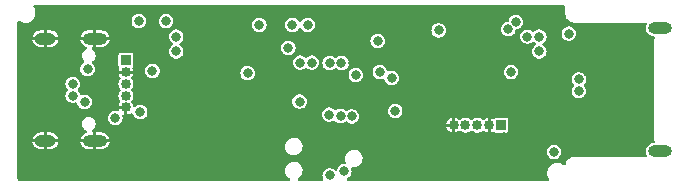
<source format=gbr>
%TF.GenerationSoftware,KiCad,Pcbnew,7.0.2-0*%
%TF.CreationDate,2023-12-30T15:56:12-08:00*%
%TF.ProjectId,uart-friend2-usb,75617274-2d66-4726-9965-6e64322d7573,rev?*%
%TF.SameCoordinates,PX7735940PY6e263e0*%
%TF.FileFunction,Copper,L2,Inr*%
%TF.FilePolarity,Positive*%
%FSLAX46Y46*%
G04 Gerber Fmt 4.6, Leading zero omitted, Abs format (unit mm)*
G04 Created by KiCad (PCBNEW 7.0.2-0) date 2023-12-30 15:56:12*
%MOMM*%
%LPD*%
G01*
G04 APERTURE LIST*
%TA.AperFunction,ComponentPad*%
%ADD10O,2.100000X1.000000*%
%TD*%
%TA.AperFunction,ComponentPad*%
%ADD11O,1.800000X1.000000*%
%TD*%
%TA.AperFunction,ComponentPad*%
%ADD12R,0.850000X0.850000*%
%TD*%
%TA.AperFunction,ComponentPad*%
%ADD13O,0.850000X0.850000*%
%TD*%
%TA.AperFunction,ComponentPad*%
%ADD14O,2.030000X1.000000*%
%TD*%
%TA.AperFunction,ViaPad*%
%ADD15C,0.812800*%
%TD*%
%TA.AperFunction,Conductor*%
%ADD16C,0.152400*%
%TD*%
G04 APERTURE END LIST*
D10*
%TO.N,GND*%
%TO.C,J1*%
X6875000Y12320000D03*
D11*
X2675000Y12320000D03*
D10*
X6875000Y3680000D03*
D11*
X2675000Y3680000D03*
%TD*%
D12*
%TO.N,/VBUS0*%
%TO.C,P2*%
X41250000Y5000000D03*
D13*
%TO.N,GND*%
X40250000Y5000000D03*
%TO.N,/USB0_D_P*%
X39250000Y5000000D03*
%TO.N,/USB0_D_N*%
X38250000Y5000000D03*
%TO.N,GND*%
X37250000Y5000000D03*
%TD*%
D12*
%TO.N,/VBUS1*%
%TO.C,P3*%
X9500000Y10500000D03*
D13*
%TO.N,GND*%
X9500000Y9500000D03*
%TO.N,/USB1_D_P*%
X9500000Y8500000D03*
%TO.N,/USB1_D_N*%
X9500000Y7500000D03*
%TO.N,GND*%
X9500000Y6500000D03*
%TD*%
D14*
%TO.N,N/C*%
%TO.C,P4*%
X54750000Y13225000D03*
X54750000Y2775000D03*
%TD*%
D15*
%TO.N,GND*%
X8289775Y710700D03*
X4750000Y719523D03*
X750000Y710700D03*
%TO.N,+3V3*%
X26750000Y10250000D03*
X32300000Y6191698D03*
X43500000Y12500000D03*
X24200000Y7000000D03*
X19800000Y9400000D03*
X44500000Y12500000D03*
X30818415Y12125976D03*
X28000000Y1100000D03*
X44500000Y11250000D03*
%TO.N,GND*%
X11898606Y727274D03*
X30750000Y1750000D03*
X27000000Y14789300D03*
X43634605Y1194755D03*
X41500000Y4000000D03*
X30200000Y13000000D03*
X33500000Y13250000D03*
X33250000Y11250000D03*
X8750000Y4500000D03*
X24250000Y8050000D03*
X15250000Y10000000D03*
X28750000Y6900000D03*
X20727578Y5236856D03*
X7000000Y14250000D03*
X18227959Y5080100D03*
X20000000Y3750000D03*
X28750000Y10300000D03*
X11750000Y6500000D03*
X13500000Y4500000D03*
X42090100Y10539791D03*
X25500000Y750000D03*
X19500000Y710700D03*
X41500000Y6250000D03*
X32300000Y4400000D03*
X13750000Y10000000D03*
X22250000Y3250000D03*
X20733568Y9793145D03*
X28750000Y8050000D03*
X43100000Y10539791D03*
X47000000Y7250000D03*
X47500000Y3250000D03*
X24250000Y5800000D03*
X22500000Y750000D03*
X28400000Y3300000D03*
X8750000Y11500000D03*
X46500000Y13750000D03*
X15727959Y5080100D03*
X18500000Y10000000D03*
X12750000Y2750000D03*
X16500000Y710700D03*
X2250000Y14250000D03*
X25800000Y14789300D03*
X46250000Y9500000D03*
X47000000Y9500000D03*
X33250000Y10000000D03*
%TO.N,VDD*%
X27750000Y10250000D03*
X24900000Y13500000D03*
X26700000Y5891698D03*
%TO.N,VBUS*%
X10600000Y13800000D03*
X41875000Y13125000D03*
X12900000Y13800000D03*
X42500000Y13750000D03*
X42100000Y9500000D03*
%TO.N,/VBUS1*%
X11750000Y9600000D03*
X6250000Y9750000D03*
X8600000Y5600000D03*
X10700000Y6100000D03*
%TO.N,/VBUS0*%
X47000000Y12750000D03*
X35975988Y13035217D03*
%TO.N,/U1_EEPROM_SS_L*%
X20800000Y13500000D03*
X23250000Y11550000D03*
%TO.N,/U1_BOOT*%
X32000000Y9000000D03*
X23600000Y13500000D03*
%TO.N,/SWD_CLK*%
X27671646Y5767037D03*
%TO.N,/SWD*%
X28636147Y5747319D03*
%TO.N,/SWD_RST*%
X26750000Y750000D03*
%TO.N,Net-(U1-QSPI_SD2)*%
X13750000Y11250000D03*
X25250000Y10300000D03*
%TO.N,/U1_EEPROM_SD1*%
X24250000Y10300000D03*
X13750000Y12500000D03*
%TO.N,/P4_CC*%
X45750000Y2750000D03*
%TO.N,/ADC1*%
X28963133Y9260055D03*
%TO.N,/ADC2*%
X30997313Y9495899D03*
%TO.N,/USB1_D_N*%
X5000000Y7504700D03*
%TO.N,/USB1_D_P*%
X5997783Y6977498D03*
X5000000Y8495300D03*
%TO.N,/USB0_D_N*%
X47854649Y8880300D03*
%TO.N,/USB0_D_P*%
X47854649Y7889700D03*
%TD*%
D16*
%TO.N,GND*%
X47000000Y3750000D02*
X47000000Y7250000D01*
X47500000Y3250000D02*
X47000000Y3750000D01*
%TD*%
%TA.AperFunction,Conductor*%
%TO.N,GND*%
G36*
X46511979Y15192317D02*
G01*
X46550317Y15184691D01*
X46595017Y15166176D01*
X46617165Y15151377D01*
X46651376Y15117166D01*
X46666175Y15095018D01*
X46684690Y15050321D01*
X46692317Y15011982D01*
X46694700Y14987788D01*
X46694700Y14420683D01*
X46725645Y14265106D01*
X46770199Y14157543D01*
X46786352Y14118547D01*
X46874482Y13986651D01*
X46986651Y13874482D01*
X47118547Y13786352D01*
X47217258Y13745465D01*
X47265105Y13725646D01*
X47420683Y13694700D01*
X47420685Y13694700D01*
X47442930Y13694700D01*
X53481666Y13694700D01*
X53548705Y13675015D01*
X53594460Y13622211D01*
X53604404Y13553053D01*
X53591465Y13513081D01*
X53572197Y13476368D01*
X53531300Y13310445D01*
X53531300Y13139555D01*
X53572197Y12973632D01*
X53651613Y12822317D01*
X53764934Y12694405D01*
X53905573Y12597329D01*
X54065357Y12536730D01*
X54174904Y12523429D01*
X54239080Y12495809D01*
X54278137Y12437875D01*
X54279672Y12368022D01*
X54274517Y12352882D01*
X54225646Y12234897D01*
X54194700Y12079318D01*
X54194700Y3920683D01*
X54225645Y3765106D01*
X54274517Y3647120D01*
X54281986Y3577650D01*
X54250711Y3515171D01*
X54190622Y3479519D01*
X54174902Y3476571D01*
X54065357Y3463270D01*
X53905573Y3402672D01*
X53764934Y3305596D01*
X53651613Y3177683D01*
X53572197Y3026368D01*
X53531300Y2860445D01*
X53531300Y2689555D01*
X53572197Y2523632D01*
X53591463Y2486923D01*
X53605188Y2418417D01*
X53579695Y2353364D01*
X53523080Y2312420D01*
X53481666Y2305300D01*
X47420683Y2305300D01*
X47265105Y2274355D01*
X47118546Y2213648D01*
X46986650Y2125518D01*
X46874482Y2013350D01*
X46786352Y1881454D01*
X46725646Y1734896D01*
X46721447Y1713785D01*
X46689061Y1651875D01*
X46628345Y1617301D01*
X46558576Y1621042D01*
X46524788Y1639263D01*
X46428617Y1712370D01*
X46265461Y1787854D01*
X46089887Y1826500D01*
X45955184Y1826500D01*
X45951847Y1826138D01*
X45951845Y1826137D01*
X45821279Y1811938D01*
X45650915Y1754536D01*
X45496873Y1661852D01*
X45366358Y1538221D01*
X45265469Y1389422D01*
X45198929Y1222415D01*
X45169845Y1045012D01*
X45179577Y865500D01*
X45193768Y814390D01*
X45227673Y692277D01*
X45247186Y655472D01*
X45311881Y533443D01*
X45332154Y509576D01*
X45360552Y445738D01*
X45349928Y376680D01*
X45303655Y324330D01*
X45237646Y305300D01*
X28301738Y305300D01*
X28234699Y324985D01*
X28188944Y377789D01*
X28179000Y446947D01*
X28208025Y510503D01*
X28244112Y539097D01*
X28349122Y594210D01*
X28460020Y692457D01*
X28544184Y814390D01*
X28596722Y952921D01*
X28614581Y1100000D01*
X28596722Y1247079D01*
X28587080Y1272501D01*
X28581714Y1342161D01*
X28614861Y1403668D01*
X28675999Y1437489D01*
X28703023Y1440470D01*
X28829769Y1440470D01*
X28833367Y1440470D01*
X28836950Y1440889D01*
X28836953Y1440889D01*
X28886959Y1446735D01*
X28962869Y1455607D01*
X29126419Y1515134D01*
X29271833Y1610774D01*
X29391271Y1737371D01*
X29478294Y1888099D01*
X29528211Y2054833D01*
X29538331Y2228585D01*
X29508108Y2399987D01*
X29439172Y2559799D01*
X29335239Y2699406D01*
X29335238Y2699407D01*
X29274943Y2750001D01*
X45135418Y2750001D01*
X45153278Y2602921D01*
X45205815Y2464390D01*
X45289980Y2342456D01*
X45400875Y2244212D01*
X45400876Y2244212D01*
X45400878Y2244210D01*
X45532067Y2175357D01*
X45675920Y2139900D01*
X45675921Y2139900D01*
X45824079Y2139900D01*
X45824080Y2139900D01*
X45967933Y2175357D01*
X46099122Y2244210D01*
X46210020Y2342457D01*
X46294184Y2464390D01*
X46346722Y2602921D01*
X46364581Y2750000D01*
X46346722Y2897079D01*
X46297689Y3026368D01*
X46294184Y3035611D01*
X46210019Y3157545D01*
X46099124Y3255789D01*
X45967931Y3324644D01*
X45871133Y3348503D01*
X45824080Y3360100D01*
X45675920Y3360100D01*
X45640463Y3351361D01*
X45532068Y3324644D01*
X45400875Y3255789D01*
X45289980Y3157545D01*
X45205815Y3035611D01*
X45153278Y2897080D01*
X45135418Y2750001D01*
X29274943Y2750001D01*
X29201910Y2811283D01*
X29046381Y2889392D01*
X29046379Y2889393D01*
X29046378Y2889393D01*
X28877023Y2929530D01*
X28746633Y2929530D01*
X28743067Y2929114D01*
X28743046Y2929112D01*
X28617132Y2914394D01*
X28453579Y2854866D01*
X28308167Y2759227D01*
X28188729Y2632630D01*
X28101706Y2481902D01*
X28076747Y2398535D01*
X28063225Y2353364D01*
X28051789Y2315166D01*
X28041668Y2141416D01*
X28045701Y2118547D01*
X28071892Y1970013D01*
X28109334Y1883212D01*
X28117812Y1813861D01*
X28087449Y1750933D01*
X28027885Y1714411D01*
X27995475Y1710100D01*
X27925920Y1710100D01*
X27890463Y1701361D01*
X27782068Y1674644D01*
X27650875Y1605789D01*
X27539980Y1507545D01*
X27455815Y1385611D01*
X27403276Y1247076D01*
X27403169Y1246189D01*
X27401248Y1241728D01*
X27397939Y1233001D01*
X27397554Y1233147D01*
X27375544Y1182012D01*
X27317607Y1142959D01*
X27247755Y1141428D01*
X27197849Y1168326D01*
X27099122Y1255790D01*
X26967933Y1324643D01*
X26967932Y1324644D01*
X26967931Y1324644D01*
X26871133Y1348503D01*
X26824080Y1360100D01*
X26675920Y1360100D01*
X26640463Y1351361D01*
X26532068Y1324644D01*
X26400875Y1255789D01*
X26289980Y1157545D01*
X26205815Y1035611D01*
X26153278Y897080D01*
X26135418Y750000D01*
X26153278Y602921D01*
X26202448Y473271D01*
X26207815Y403608D01*
X26174668Y342102D01*
X26113529Y308280D01*
X26086506Y305300D01*
X24163586Y305300D01*
X24096547Y324985D01*
X24050792Y377789D01*
X24040848Y446947D01*
X24069873Y510503D01*
X24095447Y532900D01*
X24188663Y594210D01*
X24191011Y595754D01*
X24310245Y722134D01*
X24397119Y872606D01*
X24446951Y1039056D01*
X24457054Y1212511D01*
X24455307Y1222416D01*
X24426883Y1383620D01*
X24426025Y1385610D01*
X24358064Y1543160D01*
X24254308Y1682528D01*
X24191899Y1734896D01*
X24121207Y1794214D01*
X23965944Y1872190D01*
X23965942Y1872191D01*
X23965941Y1872191D01*
X23796875Y1912260D01*
X23666709Y1912260D01*
X23663143Y1911844D01*
X23663139Y1911843D01*
X23537425Y1897149D01*
X23374152Y1837722D01*
X23228992Y1742249D01*
X23109754Y1615866D01*
X23047215Y1507543D01*
X23022881Y1465394D01*
X22985988Y1342161D01*
X22973049Y1298943D01*
X22962945Y1125489D01*
X22993116Y954381D01*
X23061936Y794840D01*
X23165692Y655472D01*
X23298792Y543787D01*
X23306113Y540110D01*
X23357187Y492432D01*
X23374377Y424710D01*
X23352225Y358445D01*
X23297763Y314676D01*
X23250462Y305300D01*
X512212Y305300D01*
X488022Y307683D01*
X457028Y313848D01*
X449679Y315310D01*
X404982Y333825D01*
X382834Y348624D01*
X348623Y382835D01*
X333824Y404983D01*
X315309Y449683D01*
X307683Y488022D01*
X305300Y512213D01*
X305300Y3807001D01*
X1582056Y3807001D01*
X1582057Y3807000D01*
X1999227Y3807000D01*
X1971105Y3708160D01*
X1981454Y3596479D01*
X2003104Y3553000D01*
X1582057Y3553000D01*
X1612667Y3428809D01*
X1692025Y3277606D01*
X1805268Y3149780D01*
X1945805Y3052775D01*
X2105476Y2992220D01*
X2228742Y2977252D01*
X2236212Y2976800D01*
X2548000Y2976800D01*
X2548000Y3380000D01*
X2802000Y3380000D01*
X2802000Y2976800D01*
X3113788Y2976800D01*
X3121257Y2977252D01*
X3244523Y2992220D01*
X3404194Y3052775D01*
X3544731Y3149780D01*
X3657974Y3277606D01*
X3737332Y3428809D01*
X3767943Y3553000D01*
X3350773Y3553000D01*
X3378895Y3651840D01*
X3368546Y3763521D01*
X3346896Y3807000D01*
X3767943Y3807000D01*
X3767943Y3807001D01*
X5632056Y3807001D01*
X5632057Y3807000D01*
X6049227Y3807000D01*
X6021105Y3708160D01*
X6031454Y3596479D01*
X6053104Y3553000D01*
X5632057Y3553000D01*
X5662667Y3428809D01*
X5742025Y3277606D01*
X5855268Y3149780D01*
X5995805Y3052775D01*
X6155476Y2992220D01*
X6278742Y2977252D01*
X6286212Y2976800D01*
X6748000Y2976800D01*
X6748000Y3380000D01*
X7002000Y3380000D01*
X7002000Y2976800D01*
X7463788Y2976800D01*
X7471257Y2977252D01*
X7594523Y2992220D01*
X7754194Y3052775D01*
X7894731Y3149780D01*
X7901561Y3157489D01*
X22962945Y3157489D01*
X22993116Y2986381D01*
X23061936Y2826840D01*
X23165692Y2687472D01*
X23298792Y2575787D01*
X23402641Y2523632D01*
X23454059Y2497809D01*
X23623125Y2457740D01*
X23623127Y2457740D01*
X23749693Y2457740D01*
X23753291Y2457740D01*
X23882574Y2472851D01*
X24045845Y2532277D01*
X24191011Y2627754D01*
X24310245Y2754134D01*
X24397119Y2904606D01*
X24446951Y3071056D01*
X24457054Y3244511D01*
X24455065Y3255789D01*
X24426883Y3415620D01*
X24421194Y3428809D01*
X24358064Y3575160D01*
X24254308Y3714528D01*
X24195921Y3763521D01*
X24121207Y3826214D01*
X23965944Y3904190D01*
X23965942Y3904191D01*
X23965941Y3904191D01*
X23796875Y3944260D01*
X23666709Y3944260D01*
X23663143Y3943844D01*
X23663139Y3943843D01*
X23537425Y3929149D01*
X23374152Y3869722D01*
X23228992Y3774249D01*
X23228989Y3774247D01*
X23228989Y3774246D01*
X23211698Y3755920D01*
X23109754Y3647866D01*
X23022881Y3497394D01*
X22987736Y3380000D01*
X22973049Y3330943D01*
X22962945Y3157489D01*
X7901561Y3157489D01*
X8007974Y3277606D01*
X8087332Y3428809D01*
X8117943Y3553000D01*
X7700773Y3553000D01*
X7728895Y3651840D01*
X7718546Y3763521D01*
X7696896Y3807000D01*
X8117943Y3807000D01*
X8117943Y3807001D01*
X8087332Y3931192D01*
X8007974Y4082395D01*
X7894731Y4210221D01*
X7754194Y4307226D01*
X7594523Y4367781D01*
X7471257Y4382749D01*
X7463788Y4383200D01*
X7002000Y4383200D01*
X7002000Y3980000D01*
X6748000Y3980000D01*
X6748000Y4383200D01*
X6718470Y4383200D01*
X6651431Y4402885D01*
X6605676Y4455689D01*
X6595732Y4524847D01*
X6624757Y4588403D01*
X6642983Y4605576D01*
X6645231Y4607302D01*
X6645233Y4607302D01*
X6765451Y4699549D01*
X6857698Y4819767D01*
X6879748Y4873000D01*
X36632606Y4873000D01*
X36635574Y4848557D01*
X36689670Y4705918D01*
X36776332Y4580366D01*
X36890519Y4479205D01*
X37025601Y4408309D01*
X37123000Y4384304D01*
X37123000Y4784187D01*
X37152455Y4764505D01*
X37225376Y4750000D01*
X37274624Y4750000D01*
X37347545Y4764505D01*
X37377000Y4784187D01*
X37377000Y4384305D01*
X37474398Y4408309D01*
X37609480Y4479205D01*
X37667394Y4530513D01*
X37730626Y4560235D01*
X37799890Y4551053D01*
X37831849Y4530514D01*
X37838246Y4524847D01*
X37890234Y4478790D01*
X37899717Y4473813D01*
X38025420Y4407837D01*
X38173662Y4371300D01*
X38326338Y4371300D01*
X38474579Y4407837D01*
X38565751Y4455689D01*
X38609766Y4478790D01*
X38667773Y4530181D01*
X38731004Y4559901D01*
X38800268Y4550718D01*
X38832225Y4530180D01*
X38885576Y4482917D01*
X38890234Y4478790D01*
X38899717Y4473813D01*
X39025420Y4407837D01*
X39173662Y4371300D01*
X39326338Y4371300D01*
X39474579Y4407837D01*
X39565751Y4455689D01*
X39609766Y4478790D01*
X39668152Y4530516D01*
X39731382Y4560235D01*
X39800646Y4551053D01*
X39832605Y4530514D01*
X39890522Y4479204D01*
X40025601Y4408309D01*
X40123000Y4384304D01*
X40123000Y4784187D01*
X40152455Y4764505D01*
X40225376Y4750000D01*
X40274624Y4750000D01*
X40347545Y4764505D01*
X40377000Y4784187D01*
X40377000Y4384305D01*
X40474399Y4408310D01*
X40539884Y4442678D01*
X40608393Y4456404D01*
X40666400Y4435985D01*
X40678139Y4428142D01*
X40678140Y4428140D01*
X40745520Y4383119D01*
X40775228Y4377210D01*
X40804935Y4371300D01*
X40804936Y4371300D01*
X41695065Y4371300D01*
X41714869Y4375240D01*
X41754480Y4383119D01*
X41821860Y4428140D01*
X41866881Y4495520D01*
X41878700Y4554936D01*
X41878700Y5445064D01*
X41866881Y5504480D01*
X41821860Y5571860D01*
X41754480Y5616881D01*
X41754479Y5616882D01*
X41754478Y5616882D01*
X41695065Y5628700D01*
X41695064Y5628700D01*
X40804936Y5628700D01*
X40804935Y5628700D01*
X40745519Y5616881D01*
X40666399Y5564016D01*
X40599721Y5543139D01*
X40539885Y5557322D01*
X40474399Y5591692D01*
X40377000Y5615699D01*
X40377000Y5215814D01*
X40347545Y5235495D01*
X40274624Y5250000D01*
X40225376Y5250000D01*
X40152455Y5235495D01*
X40123000Y5215814D01*
X40123000Y5615698D01*
X40122999Y5615699D01*
X40025602Y5591692D01*
X39890520Y5520796D01*
X39832604Y5469486D01*
X39769371Y5439765D01*
X39700107Y5448949D01*
X39668150Y5469487D01*
X39609766Y5521210D01*
X39474579Y5592164D01*
X39326338Y5628700D01*
X39173662Y5628700D01*
X39025420Y5592164D01*
X38890233Y5521210D01*
X38832227Y5469821D01*
X38768994Y5440099D01*
X38699730Y5449283D01*
X38667773Y5469821D01*
X38609766Y5521210D01*
X38474579Y5592164D01*
X38326338Y5628700D01*
X38173662Y5628700D01*
X38025420Y5592164D01*
X37890233Y5521210D01*
X37831848Y5469486D01*
X37768615Y5439765D01*
X37699352Y5448949D01*
X37667394Y5469487D01*
X37609479Y5520796D01*
X37474397Y5591692D01*
X37377000Y5615699D01*
X37377000Y5215814D01*
X37347545Y5235495D01*
X37274624Y5250000D01*
X37225376Y5250000D01*
X37152455Y5235495D01*
X37123000Y5215814D01*
X37123000Y5615698D01*
X37122999Y5615699D01*
X37025602Y5591692D01*
X36890518Y5520795D01*
X36776332Y5419635D01*
X36689670Y5294083D01*
X36635574Y5151444D01*
X36632606Y5127000D01*
X37034186Y5127000D01*
X37014505Y5097545D01*
X36995102Y5000000D01*
X37014505Y4902455D01*
X37034186Y4873000D01*
X36632606Y4873000D01*
X6879748Y4873000D01*
X6915687Y4959764D01*
X6935466Y5110000D01*
X6915687Y5260236D01*
X6857698Y5400233D01*
X6765451Y5520451D01*
X6661781Y5600000D01*
X7985418Y5600000D01*
X8003278Y5452921D01*
X8055815Y5314390D01*
X8139980Y5192456D01*
X8250875Y5094212D01*
X8250876Y5094212D01*
X8250878Y5094210D01*
X8382067Y5025357D01*
X8525920Y4989900D01*
X8525921Y4989900D01*
X8674079Y4989900D01*
X8674080Y4989900D01*
X8817933Y5025357D01*
X8949122Y5094210D01*
X9060020Y5192457D01*
X9144184Y5314390D01*
X9196722Y5452921D01*
X9214581Y5600000D01*
X9196722Y5747079D01*
X9196721Y5747081D01*
X9195761Y5754990D01*
X9207221Y5823913D01*
X9254125Y5875700D01*
X9321580Y5893907D01*
X9348531Y5890334D01*
X9373000Y5884304D01*
X9373000Y6284187D01*
X9402455Y6264505D01*
X9475376Y6250000D01*
X9524624Y6250000D01*
X9597545Y6264505D01*
X9627000Y6284187D01*
X9627000Y5884305D01*
X9724398Y5908309D01*
X9859477Y5979204D01*
X9900037Y6015136D01*
X9963270Y6044858D01*
X10032534Y6035675D01*
X10085837Y5990503D01*
X10098207Y5966292D01*
X10155815Y5814390D01*
X10239980Y5692456D01*
X10350875Y5594212D01*
X10350876Y5594212D01*
X10350878Y5594210D01*
X10482067Y5525357D01*
X10625920Y5489900D01*
X10625921Y5489900D01*
X10774079Y5489900D01*
X10774080Y5489900D01*
X10917933Y5525357D01*
X11049122Y5594210D01*
X11160020Y5692457D01*
X11244184Y5814390D01*
X11273504Y5891699D01*
X26085418Y5891699D01*
X26103278Y5744619D01*
X26155815Y5606088D01*
X26239980Y5484154D01*
X26350875Y5385910D01*
X26350876Y5385910D01*
X26350878Y5385908D01*
X26482067Y5317055D01*
X26625920Y5281598D01*
X26625921Y5281598D01*
X26774079Y5281598D01*
X26774080Y5281598D01*
X26917933Y5317055D01*
X27049122Y5385908D01*
X27049126Y5385912D01*
X27057754Y5390440D01*
X27126263Y5404166D01*
X27191316Y5378674D01*
X27200193Y5369296D01*
X27200356Y5369478D01*
X27322521Y5261249D01*
X27322522Y5261249D01*
X27322524Y5261247D01*
X27453713Y5192394D01*
X27597566Y5156937D01*
X27597567Y5156937D01*
X27745725Y5156937D01*
X27745726Y5156937D01*
X27889579Y5192394D01*
X28020768Y5261247D01*
X28060542Y5296485D01*
X28123770Y5326204D01*
X28193034Y5317022D01*
X28224994Y5296483D01*
X28287022Y5241531D01*
X28287023Y5241531D01*
X28287025Y5241529D01*
X28418214Y5172676D01*
X28562067Y5137219D01*
X28562068Y5137219D01*
X28710226Y5137219D01*
X28710227Y5137219D01*
X28854080Y5172676D01*
X28985269Y5241529D01*
X29096167Y5339776D01*
X29180331Y5461709D01*
X29232869Y5600240D01*
X29250728Y5747319D01*
X29232869Y5894398D01*
X29180331Y6032929D01*
X29180331Y6032930D01*
X29096166Y6154864D01*
X29054588Y6191699D01*
X31685418Y6191699D01*
X31703278Y6044619D01*
X31755815Y5906088D01*
X31839980Y5784154D01*
X31950875Y5685910D01*
X31950876Y5685910D01*
X31950878Y5685908D01*
X32082067Y5617055D01*
X32225920Y5581598D01*
X32225921Y5581598D01*
X32374079Y5581598D01*
X32374080Y5581598D01*
X32517933Y5617055D01*
X32649122Y5685908D01*
X32760020Y5784155D01*
X32844184Y5906088D01*
X32896722Y6044619D01*
X32914581Y6191698D01*
X32896722Y6338777D01*
X32863886Y6425357D01*
X32844184Y6477309D01*
X32760019Y6599243D01*
X32649124Y6697487D01*
X32517931Y6766342D01*
X32421133Y6790201D01*
X32374080Y6801798D01*
X32225920Y6801798D01*
X32190463Y6793059D01*
X32082068Y6766342D01*
X31950875Y6697487D01*
X31839980Y6599243D01*
X31755815Y6477309D01*
X31703278Y6338778D01*
X31685418Y6191699D01*
X29054588Y6191699D01*
X28985271Y6253108D01*
X28897368Y6299243D01*
X28854080Y6321962D01*
X28854079Y6321963D01*
X28854078Y6321963D01*
X28757280Y6345822D01*
X28710227Y6357419D01*
X28562067Y6357419D01*
X28526611Y6348680D01*
X28418215Y6321963D01*
X28287021Y6253107D01*
X28247250Y6217873D01*
X28184017Y6188152D01*
X28114753Y6197336D01*
X28082798Y6217873D01*
X28020768Y6272827D01*
X27889579Y6341680D01*
X27889578Y6341681D01*
X27889577Y6341681D01*
X27762510Y6373000D01*
X27745726Y6377137D01*
X27597566Y6377137D01*
X27580782Y6373000D01*
X27453712Y6341681D01*
X27313889Y6268296D01*
X27245381Y6254572D01*
X27180328Y6280064D01*
X27171452Y6289441D01*
X27171290Y6289257D01*
X27049124Y6397487D01*
X26917931Y6466342D01*
X26804857Y6494212D01*
X26774080Y6501798D01*
X26625920Y6501798D01*
X26595143Y6494212D01*
X26482068Y6466342D01*
X26350875Y6397487D01*
X26239980Y6299243D01*
X26155815Y6177309D01*
X26103278Y6038778D01*
X26085418Y5891699D01*
X11273504Y5891699D01*
X11296722Y5952921D01*
X11314581Y6100000D01*
X11296722Y6247079D01*
X11261945Y6338778D01*
X11244184Y6385611D01*
X11160019Y6507545D01*
X11049124Y6605789D01*
X10917931Y6674644D01*
X10821133Y6698503D01*
X10774080Y6710100D01*
X10625920Y6710100D01*
X10590464Y6701361D01*
X10482068Y6674644D01*
X10350877Y6605790D01*
X10319240Y6577761D01*
X10256007Y6548040D01*
X10186743Y6557224D01*
X10133440Y6602396D01*
X10120512Y6637648D01*
X10119765Y6637364D01*
X10060329Y6794083D01*
X9967120Y6929119D01*
X9945237Y6995473D01*
X9946406Y7000000D01*
X23585418Y7000000D01*
X23603278Y6852921D01*
X23655815Y6714390D01*
X23739980Y6592456D01*
X23850875Y6494212D01*
X23850876Y6494212D01*
X23850878Y6494210D01*
X23982067Y6425357D01*
X24125920Y6389900D01*
X24125921Y6389900D01*
X24274079Y6389900D01*
X24274080Y6389900D01*
X24417933Y6425357D01*
X24549122Y6494210D01*
X24634619Y6569954D01*
X24660019Y6592456D01*
X24664703Y6599241D01*
X24744184Y6714390D01*
X24796722Y6852921D01*
X24814581Y7000000D01*
X24796722Y7147079D01*
X24752718Y7263109D01*
X24744184Y7285611D01*
X24660019Y7407545D01*
X24549124Y7505789D01*
X24417931Y7574644D01*
X24298463Y7604090D01*
X24274080Y7610100D01*
X24125920Y7610100D01*
X24101537Y7604090D01*
X23982068Y7574644D01*
X23850875Y7505789D01*
X23739980Y7407545D01*
X23655815Y7285611D01*
X23603278Y7147080D01*
X23585418Y7000000D01*
X9946406Y7000000D01*
X9962702Y7063125D01*
X9967120Y7069999D01*
X10060775Y7205682D01*
X10065860Y7219090D01*
X10114915Y7348437D01*
X10133318Y7500000D01*
X10114915Y7651563D01*
X10060775Y7794318D01*
X10060775Y7794319D01*
X9994938Y7889700D01*
X47240067Y7889700D01*
X47257927Y7742621D01*
X47310464Y7604090D01*
X47394629Y7482156D01*
X47505524Y7383912D01*
X47505525Y7383912D01*
X47505527Y7383910D01*
X47636716Y7315057D01*
X47780569Y7279600D01*
X47780570Y7279600D01*
X47928728Y7279600D01*
X47928729Y7279600D01*
X48072582Y7315057D01*
X48203771Y7383910D01*
X48314669Y7482157D01*
X48398833Y7604090D01*
X48451371Y7742621D01*
X48469230Y7889700D01*
X48451371Y8036779D01*
X48398833Y8175310D01*
X48398833Y8175311D01*
X48306116Y8309634D01*
X48308431Y8311233D01*
X48283253Y8351367D01*
X48284017Y8421232D01*
X48308229Y8458908D01*
X48306116Y8460366D01*
X48398833Y8594690D01*
X48420402Y8651563D01*
X48451371Y8733221D01*
X48469230Y8880300D01*
X48451371Y9027379D01*
X48412945Y9128700D01*
X48398833Y9165911D01*
X48314668Y9287845D01*
X48203773Y9386089D01*
X48072580Y9454944D01*
X47975782Y9478803D01*
X47928729Y9490400D01*
X47780569Y9490400D01*
X47745113Y9481661D01*
X47636717Y9454944D01*
X47505524Y9386089D01*
X47394629Y9287845D01*
X47310464Y9165911D01*
X47257927Y9027380D01*
X47240067Y8880301D01*
X47257927Y8733221D01*
X47310464Y8594690D01*
X47403182Y8460366D01*
X47400866Y8458768D01*
X47426043Y8418636D01*
X47425281Y8348770D01*
X47401071Y8311091D01*
X47403182Y8309634D01*
X47310464Y8175311D01*
X47257927Y8036780D01*
X47240067Y7889700D01*
X9994938Y7889700D01*
X9967424Y7929560D01*
X9945541Y7995914D01*
X9963006Y8063566D01*
X9967424Y8070440D01*
X10060775Y8205682D01*
X10062295Y8209690D01*
X10114915Y8348437D01*
X10133318Y8500000D01*
X10114915Y8651563D01*
X10060775Y8794318D01*
X10060775Y8794319D01*
X9967120Y8930001D01*
X9945237Y8996356D01*
X9962702Y9064007D01*
X9967120Y9070881D01*
X10060329Y9205918D01*
X10114425Y9348557D01*
X10117394Y9373000D01*
X9715814Y9373000D01*
X9735495Y9402455D01*
X9754898Y9500000D01*
X9735495Y9597545D01*
X9733855Y9600000D01*
X11135418Y9600000D01*
X11153278Y9452921D01*
X11205815Y9314390D01*
X11289980Y9192456D01*
X11400875Y9094212D01*
X11400876Y9094212D01*
X11400878Y9094210D01*
X11532067Y9025357D01*
X11675920Y8989900D01*
X11675921Y8989900D01*
X11824079Y8989900D01*
X11824080Y8989900D01*
X11967933Y9025357D01*
X12099122Y9094210D01*
X12210020Y9192457D01*
X12294184Y9314390D01*
X12326652Y9400000D01*
X19185418Y9400000D01*
X19203278Y9252921D01*
X19255815Y9114390D01*
X19339980Y8992456D01*
X19450875Y8894212D01*
X19450876Y8894212D01*
X19450878Y8894210D01*
X19582067Y8825357D01*
X19725920Y8789900D01*
X19725921Y8789900D01*
X19874079Y8789900D01*
X19874080Y8789900D01*
X20017933Y8825357D01*
X20149122Y8894210D01*
X20260020Y8992457D01*
X20344184Y9114390D01*
X20396722Y9252921D01*
X20397588Y9260056D01*
X28348551Y9260056D01*
X28366411Y9112976D01*
X28418948Y8974445D01*
X28503113Y8852511D01*
X28614008Y8754267D01*
X28614009Y8754267D01*
X28614011Y8754265D01*
X28745200Y8685412D01*
X28889053Y8649955D01*
X28889054Y8649955D01*
X29037212Y8649955D01*
X29037213Y8649955D01*
X29181066Y8685412D01*
X29312255Y8754265D01*
X29423153Y8852512D01*
X29507317Y8974445D01*
X29559855Y9112976D01*
X29577714Y9260055D01*
X29559855Y9407134D01*
X29526191Y9495899D01*
X30382731Y9495899D01*
X30400591Y9348820D01*
X30453128Y9210289D01*
X30537293Y9088355D01*
X30648188Y8990111D01*
X30648189Y8990111D01*
X30648191Y8990109D01*
X30779380Y8921256D01*
X30923233Y8885799D01*
X30923234Y8885799D01*
X31071392Y8885799D01*
X31071393Y8885799D01*
X31215246Y8921256D01*
X31226514Y8927171D01*
X31295022Y8940896D01*
X31360076Y8915404D01*
X31400083Y8861345D01*
X31455815Y8714390D01*
X31539980Y8592456D01*
X31650875Y8494212D01*
X31650876Y8494212D01*
X31650878Y8494210D01*
X31782067Y8425357D01*
X31925920Y8389900D01*
X31925921Y8389900D01*
X32074079Y8389900D01*
X32074080Y8389900D01*
X32217933Y8425357D01*
X32349122Y8494210D01*
X32460020Y8592457D01*
X32544184Y8714390D01*
X32596722Y8852921D01*
X32614581Y9000000D01*
X32596722Y9147079D01*
X32553876Y9260055D01*
X32544184Y9285611D01*
X32460019Y9407545D01*
X32355658Y9500000D01*
X41485418Y9500000D01*
X41503278Y9352921D01*
X41555815Y9214390D01*
X41639980Y9092456D01*
X41750875Y8994212D01*
X41750876Y8994212D01*
X41750878Y8994210D01*
X41882067Y8925357D01*
X42025920Y8889900D01*
X42025921Y8889900D01*
X42174079Y8889900D01*
X42174080Y8889900D01*
X42317933Y8925357D01*
X42449122Y8994210D01*
X42560020Y9092457D01*
X42644184Y9214390D01*
X42696722Y9352921D01*
X42714581Y9500000D01*
X42696722Y9647079D01*
X42657689Y9750001D01*
X42644184Y9785611D01*
X42560019Y9907545D01*
X42449124Y10005789D01*
X42317931Y10074644D01*
X42190718Y10105999D01*
X42174080Y10110100D01*
X42025920Y10110100D01*
X42009282Y10105999D01*
X41882068Y10074644D01*
X41750875Y10005789D01*
X41639980Y9907545D01*
X41555815Y9785611D01*
X41503278Y9647080D01*
X41485418Y9500000D01*
X32355658Y9500000D01*
X32349124Y9505789D01*
X32217931Y9574644D01*
X32103206Y9602921D01*
X32074080Y9610100D01*
X31925920Y9610100D01*
X31896794Y9602921D01*
X31782065Y9574643D01*
X31770793Y9568727D01*
X31702284Y9555005D01*
X31637232Y9580499D01*
X31597229Y9634555D01*
X31594035Y9642978D01*
X31541497Y9781509D01*
X31479519Y9871300D01*
X31457332Y9903444D01*
X31346437Y10001688D01*
X31215244Y10070543D01*
X31118446Y10094402D01*
X31071393Y10105999D01*
X30923233Y10105999D01*
X30887776Y10097260D01*
X30779381Y10070543D01*
X30648188Y10001688D01*
X30537293Y9903444D01*
X30453128Y9781510D01*
X30400591Y9642979D01*
X30382731Y9495899D01*
X29526191Y9495899D01*
X29507317Y9545666D01*
X29423152Y9667600D01*
X29312257Y9765844D01*
X29181064Y9834699D01*
X29084266Y9858558D01*
X29037213Y9870155D01*
X28889053Y9870155D01*
X28853596Y9861416D01*
X28745201Y9834699D01*
X28614008Y9765844D01*
X28503113Y9667600D01*
X28418948Y9545666D01*
X28366411Y9407135D01*
X28348551Y9260056D01*
X20397588Y9260056D01*
X20414581Y9400000D01*
X20396722Y9547079D01*
X20358797Y9647080D01*
X20344184Y9685611D01*
X20260019Y9807545D01*
X20149124Y9905789D01*
X20064164Y9950379D01*
X20017933Y9974643D01*
X20017932Y9974644D01*
X20017931Y9974644D01*
X19891566Y10005790D01*
X19874080Y10010100D01*
X19725920Y10010100D01*
X19708434Y10005790D01*
X19582068Y9974644D01*
X19450875Y9905789D01*
X19339980Y9807545D01*
X19255815Y9685611D01*
X19203278Y9547080D01*
X19185418Y9400000D01*
X12326652Y9400000D01*
X12346722Y9452921D01*
X12364581Y9600000D01*
X12346722Y9747079D01*
X12305782Y9855029D01*
X12294184Y9885611D01*
X12210019Y10007545D01*
X12099124Y10105789D01*
X11967931Y10174644D01*
X11871133Y10198503D01*
X11824080Y10210100D01*
X11675920Y10210100D01*
X11640463Y10201361D01*
X11532068Y10174644D01*
X11400875Y10105789D01*
X11289980Y10007545D01*
X11205815Y9885611D01*
X11153278Y9747080D01*
X11135418Y9600000D01*
X9733855Y9600000D01*
X9715814Y9627000D01*
X10117394Y9627000D01*
X10114425Y9651444D01*
X10054990Y9808161D01*
X10059406Y9809836D01*
X10046629Y9848626D01*
X10064118Y9916271D01*
X10067461Y9921557D01*
X10071859Y9928140D01*
X10071860Y9928140D01*
X10116881Y9995520D01*
X10128700Y10054936D01*
X10128700Y10300000D01*
X23635418Y10300000D01*
X23653278Y10152921D01*
X23705815Y10014390D01*
X23789980Y9892456D01*
X23900875Y9794212D01*
X23900876Y9794212D01*
X23900878Y9794210D01*
X24032067Y9725357D01*
X24175920Y9689900D01*
X24175921Y9689900D01*
X24324079Y9689900D01*
X24324080Y9689900D01*
X24467933Y9725357D01*
X24599122Y9794210D01*
X24667775Y9855032D01*
X24731003Y9884751D01*
X24800267Y9875569D01*
X24832226Y9855030D01*
X24900875Y9794212D01*
X24900876Y9794212D01*
X24900878Y9794210D01*
X25032067Y9725357D01*
X25175920Y9689900D01*
X25175921Y9689900D01*
X25324079Y9689900D01*
X25324080Y9689900D01*
X25467933Y9725357D01*
X25599122Y9794210D01*
X25702291Y9885610D01*
X25710019Y9892456D01*
X25717604Y9903444D01*
X25794184Y10014390D01*
X25846722Y10152921D01*
X25858510Y10250000D01*
X26135418Y10250000D01*
X26153278Y10102921D01*
X26205815Y9964390D01*
X26289980Y9842456D01*
X26400875Y9744212D01*
X26400876Y9744212D01*
X26400878Y9744210D01*
X26532067Y9675357D01*
X26675920Y9639900D01*
X26675921Y9639900D01*
X26824079Y9639900D01*
X26824080Y9639900D01*
X26967933Y9675357D01*
X27099122Y9744210D01*
X27145854Y9785611D01*
X27167773Y9805029D01*
X27231006Y9834751D01*
X27300269Y9825567D01*
X27332227Y9805029D01*
X27400875Y9744212D01*
X27400876Y9744212D01*
X27400878Y9744210D01*
X27532067Y9675357D01*
X27675920Y9639900D01*
X27675921Y9639900D01*
X27824079Y9639900D01*
X27824080Y9639900D01*
X27967933Y9675357D01*
X28099122Y9744210D01*
X28210020Y9842457D01*
X28294184Y9964390D01*
X28346722Y10102921D01*
X28364581Y10250000D01*
X28346722Y10397079D01*
X28294184Y10535610D01*
X28294184Y10535611D01*
X28210019Y10657545D01*
X28099124Y10755789D01*
X27967931Y10824644D01*
X27871133Y10848503D01*
X27824080Y10860100D01*
X27675920Y10860100D01*
X27640464Y10851361D01*
X27532068Y10824644D01*
X27400874Y10755788D01*
X27332225Y10694971D01*
X27268992Y10665250D01*
X27199728Y10674434D01*
X27167772Y10694972D01*
X27099124Y10755789D01*
X26967931Y10824644D01*
X26871133Y10848503D01*
X26824080Y10860100D01*
X26675920Y10860100D01*
X26640463Y10851361D01*
X26532068Y10824644D01*
X26400875Y10755789D01*
X26289980Y10657545D01*
X26205815Y10535611D01*
X26153278Y10397080D01*
X26135418Y10250000D01*
X25858510Y10250000D01*
X25864581Y10300000D01*
X25846722Y10447079D01*
X25794184Y10585610D01*
X25794184Y10585611D01*
X25710019Y10707545D01*
X25599124Y10805789D01*
X25467931Y10874644D01*
X25371133Y10898503D01*
X25324080Y10910100D01*
X25175920Y10910100D01*
X25140463Y10901361D01*
X25032068Y10874644D01*
X24900877Y10805790D01*
X24832227Y10744971D01*
X24768993Y10715250D01*
X24699730Y10724434D01*
X24667773Y10744971D01*
X24599122Y10805790D01*
X24467931Y10874644D01*
X24371133Y10898503D01*
X24324080Y10910100D01*
X24175920Y10910100D01*
X24140463Y10901361D01*
X24032068Y10874644D01*
X23900875Y10805789D01*
X23789980Y10707545D01*
X23705815Y10585611D01*
X23653278Y10447080D01*
X23635418Y10300000D01*
X10128700Y10300000D01*
X10128700Y10945064D01*
X10116881Y11004480D01*
X10071860Y11071860D01*
X10004480Y11116881D01*
X10004479Y11116882D01*
X10004478Y11116882D01*
X9945065Y11128700D01*
X9945064Y11128700D01*
X9054936Y11128700D01*
X9054935Y11128700D01*
X8995521Y11116882D01*
X8928140Y11071860D01*
X8883118Y11004479D01*
X8871300Y10945065D01*
X8871300Y10054936D01*
X8883118Y9995522D01*
X8883118Y9995521D01*
X8883119Y9995520D01*
X8897068Y9974643D01*
X8932539Y9921557D01*
X8953416Y9854879D01*
X8941015Y9809677D01*
X8945010Y9808161D01*
X8885574Y9651444D01*
X8882606Y9627000D01*
X9284186Y9627000D01*
X9264505Y9597545D01*
X9245102Y9500000D01*
X9264505Y9402455D01*
X9284186Y9373000D01*
X8882606Y9373000D01*
X8885574Y9348557D01*
X8939670Y9205918D01*
X9032880Y9070881D01*
X9054763Y9004527D01*
X9037298Y8936875D01*
X9032880Y8930001D01*
X8939224Y8794319D01*
X8885085Y8651564D01*
X8866681Y8500000D01*
X8885085Y8348437D01*
X8939224Y8205682D01*
X9032575Y8070441D01*
X9054458Y8004087D01*
X9036993Y7936435D01*
X9032575Y7929562D01*
X8939225Y7794321D01*
X8885085Y7651564D01*
X8866681Y7500000D01*
X8885085Y7348437D01*
X8939224Y7205683D01*
X8939225Y7205682D01*
X9014134Y7097157D01*
X9032880Y7070000D01*
X9054763Y7003646D01*
X9037298Y6935994D01*
X9032880Y6929120D01*
X8939670Y6794083D01*
X8885574Y6651444D01*
X8882606Y6627000D01*
X9284186Y6627000D01*
X9264505Y6597545D01*
X9245102Y6500000D01*
X9264505Y6402455D01*
X9284186Y6373000D01*
X8882606Y6373000D01*
X8887389Y6333611D01*
X8883536Y6333144D01*
X8886896Y6289574D01*
X8853753Y6228066D01*
X8792617Y6194240D01*
X8735911Y6194861D01*
X8674081Y6210100D01*
X8674080Y6210100D01*
X8525920Y6210100D01*
X8490463Y6201361D01*
X8382068Y6174644D01*
X8250875Y6105789D01*
X8139980Y6007545D01*
X8055815Y5885611D01*
X8003278Y5747080D01*
X7985418Y5600000D01*
X6661781Y5600000D01*
X6645233Y5612698D01*
X6637990Y5615698D01*
X6604228Y5629683D01*
X6505236Y5670687D01*
X6446356Y5678439D01*
X6396739Y5684971D01*
X6396737Y5684972D01*
X6392720Y5685500D01*
X6317280Y5685500D01*
X6313263Y5684972D01*
X6313260Y5684971D01*
X6204764Y5670687D01*
X6064768Y5612699D01*
X5944549Y5520451D01*
X5852301Y5400232D01*
X5794312Y5260236D01*
X5774533Y5110001D01*
X5794312Y4959765D01*
X5840426Y4848437D01*
X5852302Y4819767D01*
X5944549Y4699549D01*
X6064767Y4607302D01*
X6064768Y4607302D01*
X6064769Y4607301D01*
X6121151Y4583947D01*
X6175555Y4540107D01*
X6197620Y4473813D01*
X6180341Y4406113D01*
X6129204Y4358502D01*
X6117671Y4353444D01*
X5995805Y4307226D01*
X5855268Y4210221D01*
X5742025Y4082395D01*
X5662667Y3931192D01*
X5632056Y3807001D01*
X3767943Y3807001D01*
X3737332Y3931192D01*
X3657974Y4082395D01*
X3544731Y4210221D01*
X3404194Y4307226D01*
X3244523Y4367781D01*
X3121257Y4382749D01*
X3113788Y4383200D01*
X2802000Y4383200D01*
X2802000Y3980000D01*
X2548000Y3980000D01*
X2548000Y4383200D01*
X2236212Y4383200D01*
X2228742Y4382749D01*
X2105476Y4367781D01*
X1945805Y4307226D01*
X1805268Y4210221D01*
X1692025Y4082395D01*
X1612667Y3931192D01*
X1582056Y3807001D01*
X305300Y3807001D01*
X305300Y7504700D01*
X4385418Y7504700D01*
X4403278Y7357621D01*
X4455815Y7219090D01*
X4539980Y7097156D01*
X4650875Y6998912D01*
X4650876Y6998912D01*
X4650878Y6998910D01*
X4782067Y6930057D01*
X4925920Y6894600D01*
X4925921Y6894600D01*
X5074079Y6894600D01*
X5074080Y6894600D01*
X5217933Y6930057D01*
X5219644Y6930956D01*
X5229982Y6933027D01*
X5232552Y6933660D01*
X5232579Y6933548D01*
X5288152Y6944683D01*
X5353206Y6919193D01*
X5394152Y6862579D01*
X5400370Y6836110D01*
X5401061Y6830419D01*
X5453598Y6691888D01*
X5537763Y6569954D01*
X5648658Y6471710D01*
X5648659Y6471710D01*
X5648661Y6471708D01*
X5779850Y6402855D01*
X5923703Y6367398D01*
X5923704Y6367398D01*
X6071862Y6367398D01*
X6071863Y6367398D01*
X6215716Y6402855D01*
X6346905Y6471708D01*
X6457803Y6569955D01*
X6541967Y6691888D01*
X6594505Y6830419D01*
X6612364Y6977498D01*
X6594505Y7124577D01*
X6541967Y7263108D01*
X6541967Y7263109D01*
X6457802Y7385043D01*
X6346907Y7483287D01*
X6215714Y7552142D01*
X6118916Y7576001D01*
X6071863Y7587598D01*
X5923703Y7587598D01*
X5894932Y7580507D01*
X5779846Y7552141D01*
X5778129Y7551239D01*
X5767777Y7549166D01*
X5765231Y7548538D01*
X5765203Y7548651D01*
X5709620Y7537517D01*
X5644568Y7563012D01*
X5603626Y7619629D01*
X5597412Y7646094D01*
X5596722Y7651779D01*
X5544184Y7790310D01*
X5544184Y7790311D01*
X5451467Y7924634D01*
X5453782Y7926233D01*
X5428604Y7966367D01*
X5429368Y8036232D01*
X5453580Y8073908D01*
X5451467Y8075366D01*
X5544184Y8209690D01*
X5596722Y8348221D01*
X5614581Y8495300D01*
X5596722Y8642379D01*
X5554289Y8754265D01*
X5544184Y8780911D01*
X5460019Y8902845D01*
X5349124Y9001089D01*
X5217931Y9069944D01*
X5119471Y9094212D01*
X5074080Y9105400D01*
X4925920Y9105400D01*
X4890463Y9096661D01*
X4782068Y9069944D01*
X4650875Y9001089D01*
X4539980Y8902845D01*
X4455815Y8780911D01*
X4403278Y8642380D01*
X4385418Y8495301D01*
X4403278Y8348221D01*
X4455815Y8209690D01*
X4548533Y8075366D01*
X4546218Y8073769D01*
X4571398Y8033623D01*
X4570628Y7963757D01*
X4546421Y7926092D01*
X4548533Y7924634D01*
X4455815Y7790311D01*
X4403278Y7651780D01*
X4385418Y7504700D01*
X305300Y7504700D01*
X305300Y12447001D01*
X1582056Y12447001D01*
X1582057Y12447000D01*
X1999227Y12447000D01*
X1971105Y12348160D01*
X1981454Y12236479D01*
X2003104Y12193000D01*
X1582057Y12193000D01*
X1612667Y12068809D01*
X1692025Y11917606D01*
X1805268Y11789780D01*
X1945805Y11692775D01*
X2105476Y11632220D01*
X2228742Y11617252D01*
X2236212Y11616800D01*
X2548000Y11616800D01*
X2548000Y12020000D01*
X2802000Y12020000D01*
X2802000Y11616800D01*
X3113788Y11616800D01*
X3121257Y11617252D01*
X3244523Y11632220D01*
X3404194Y11692775D01*
X3544731Y11789780D01*
X3657974Y11917606D01*
X3737332Y12068809D01*
X3767943Y12193000D01*
X3350773Y12193000D01*
X3378895Y12291840D01*
X3368546Y12403521D01*
X3346896Y12447000D01*
X3767943Y12447000D01*
X3767943Y12447001D01*
X5632056Y12447001D01*
X5632057Y12447000D01*
X6049227Y12447000D01*
X6021105Y12348160D01*
X6031454Y12236479D01*
X6053104Y12193000D01*
X5632057Y12193000D01*
X5662667Y12068809D01*
X5742025Y11917606D01*
X5855268Y11789780D01*
X5995805Y11692774D01*
X6117670Y11646557D01*
X6173373Y11604379D01*
X6197430Y11538782D01*
X6182203Y11470591D01*
X6132527Y11421458D01*
X6121152Y11416054D01*
X6064769Y11392700D01*
X5944549Y11300451D01*
X5852301Y11180232D01*
X5794312Y11040236D01*
X5774533Y10890001D01*
X5794312Y10739765D01*
X5825178Y10665250D01*
X5852302Y10599767D01*
X5901531Y10535611D01*
X5944549Y10479549D01*
X5946126Y10478339D01*
X5987330Y10421911D01*
X5991485Y10352165D01*
X5957274Y10291245D01*
X5928268Y10270166D01*
X5900877Y10255790D01*
X5789980Y10157545D01*
X5705815Y10035611D01*
X5653278Y9897080D01*
X5635418Y9750001D01*
X5653278Y9602921D01*
X5705815Y9464390D01*
X5789980Y9342456D01*
X5900875Y9244212D01*
X5900876Y9244212D01*
X5900878Y9244210D01*
X6032067Y9175357D01*
X6175920Y9139900D01*
X6175921Y9139900D01*
X6324079Y9139900D01*
X6324080Y9139900D01*
X6467933Y9175357D01*
X6599122Y9244210D01*
X6710020Y9342457D01*
X6794184Y9464390D01*
X6846722Y9602921D01*
X6864581Y9750000D01*
X6846722Y9897079D01*
X6805493Y10005790D01*
X6794184Y10035611D01*
X6710019Y10157545D01*
X6653493Y10207622D01*
X6616366Y10266811D01*
X6617134Y10336677D01*
X6655552Y10395036D01*
X6660234Y10398813D01*
X6723135Y10447079D01*
X6765451Y10479549D01*
X6857698Y10599767D01*
X6915687Y10739764D01*
X6935466Y10890000D01*
X6915687Y11040236D01*
X6857698Y11180233D01*
X6804164Y11250000D01*
X13135418Y11250000D01*
X13153278Y11102921D01*
X13205815Y10964390D01*
X13289980Y10842456D01*
X13400875Y10744212D01*
X13400876Y10744212D01*
X13400878Y10744210D01*
X13532067Y10675357D01*
X13675920Y10639900D01*
X13675921Y10639900D01*
X13824079Y10639900D01*
X13824080Y10639900D01*
X13967933Y10675357D01*
X14099122Y10744210D01*
X14210020Y10842457D01*
X14294184Y10964390D01*
X14346722Y11102921D01*
X14364581Y11250000D01*
X14346722Y11397079D01*
X14301668Y11515876D01*
X14294184Y11535611D01*
X14284252Y11550000D01*
X22635418Y11550000D01*
X22653278Y11402921D01*
X22705815Y11264390D01*
X22789980Y11142456D01*
X22900875Y11044212D01*
X22900876Y11044212D01*
X22900878Y11044210D01*
X23032067Y10975357D01*
X23175920Y10939900D01*
X23175921Y10939900D01*
X23324079Y10939900D01*
X23324080Y10939900D01*
X23467933Y10975357D01*
X23599122Y11044210D01*
X23710020Y11142457D01*
X23794184Y11264390D01*
X23846722Y11402921D01*
X23864581Y11550000D01*
X23846722Y11697079D01*
X23802459Y11813791D01*
X23794184Y11835611D01*
X23710019Y11957545D01*
X23599124Y12055789D01*
X23467931Y12124644D01*
X23462527Y12125976D01*
X30203833Y12125976D01*
X30221693Y11978897D01*
X30274230Y11840366D01*
X30358395Y11718432D01*
X30469290Y11620188D01*
X30469291Y11620188D01*
X30469293Y11620186D01*
X30600482Y11551333D01*
X30744335Y11515876D01*
X30744336Y11515876D01*
X30892494Y11515876D01*
X30892495Y11515876D01*
X31036348Y11551333D01*
X31167537Y11620186D01*
X31278435Y11718433D01*
X31362599Y11840366D01*
X31415137Y11978897D01*
X31432996Y12125976D01*
X31415137Y12273055D01*
X31362599Y12411586D01*
X31362599Y12411587D01*
X31278434Y12533521D01*
X31167539Y12631765D01*
X31036346Y12700620D01*
X30939548Y12724479D01*
X30892495Y12736076D01*
X30744335Y12736076D01*
X30708879Y12727337D01*
X30600483Y12700620D01*
X30469290Y12631765D01*
X30358395Y12533521D01*
X30274230Y12411587D01*
X30221693Y12273056D01*
X30203833Y12125976D01*
X23462527Y12125976D01*
X23363519Y12150379D01*
X23324080Y12160100D01*
X23175920Y12160100D01*
X23140464Y12151361D01*
X23032068Y12124644D01*
X22900875Y12055789D01*
X22789980Y11957545D01*
X22705815Y11835611D01*
X22653278Y11697080D01*
X22635418Y11550000D01*
X14284252Y11550000D01*
X14210019Y11657545D01*
X14099121Y11755792D01*
X14081184Y11765206D01*
X14030972Y11813791D01*
X14014999Y11881811D01*
X14038335Y11947668D01*
X14081188Y11984798D01*
X14099122Y11994210D01*
X14154570Y12043334D01*
X14210019Y12092456D01*
X14250001Y12150379D01*
X14294184Y12214390D01*
X14346722Y12352921D01*
X14364581Y12500000D01*
X14346722Y12647079D01*
X14307689Y12750001D01*
X14294184Y12785611D01*
X14210019Y12907545D01*
X14099124Y13005789D01*
X13967931Y13074644D01*
X13871133Y13098503D01*
X13824080Y13110100D01*
X13675920Y13110100D01*
X13640463Y13101361D01*
X13532068Y13074644D01*
X13400875Y13005789D01*
X13289980Y12907545D01*
X13205815Y12785611D01*
X13153278Y12647080D01*
X13135418Y12500001D01*
X13153278Y12352921D01*
X13205815Y12214390D01*
X13289980Y12092456D01*
X13400876Y11994211D01*
X13418814Y11984796D01*
X13469026Y11936211D01*
X13485000Y11868192D01*
X13461664Y11802334D01*
X13418814Y11765204D01*
X13400876Y11755790D01*
X13289980Y11657545D01*
X13205815Y11535611D01*
X13153278Y11397080D01*
X13135418Y11250000D01*
X6804164Y11250000D01*
X6765451Y11300451D01*
X6645233Y11392698D01*
X6645231Y11392699D01*
X6642983Y11394424D01*
X6601781Y11450852D01*
X6597626Y11520598D01*
X6631838Y11581519D01*
X6693556Y11614271D01*
X6718470Y11616800D01*
X6748000Y11616800D01*
X6748000Y12020000D01*
X7002000Y12020000D01*
X7002000Y11616800D01*
X7463788Y11616800D01*
X7471257Y11617252D01*
X7594523Y11632220D01*
X7754194Y11692775D01*
X7894731Y11789780D01*
X8007974Y11917606D01*
X8087332Y12068809D01*
X8117943Y12193000D01*
X7700773Y12193000D01*
X7728895Y12291840D01*
X7718546Y12403521D01*
X7696896Y12447000D01*
X8117943Y12447000D01*
X8117943Y12447001D01*
X8087332Y12571192D01*
X8007974Y12722395D01*
X7894731Y12850221D01*
X7754194Y12947226D01*
X7594523Y13007781D01*
X7471257Y13022749D01*
X7463788Y13023200D01*
X7002000Y13023200D01*
X7002000Y12620000D01*
X6748000Y12620000D01*
X6748000Y13023200D01*
X6286212Y13023200D01*
X6278742Y13022749D01*
X6155476Y13007781D01*
X5995805Y12947226D01*
X5855268Y12850221D01*
X5742025Y12722395D01*
X5662667Y12571192D01*
X5632056Y12447001D01*
X3767943Y12447001D01*
X3737332Y12571192D01*
X3657974Y12722395D01*
X3544731Y12850221D01*
X3404194Y12947226D01*
X3244523Y13007781D01*
X3121257Y13022749D01*
X3113788Y13023200D01*
X2802000Y13023200D01*
X2802000Y12620000D01*
X2548000Y12620000D01*
X2548000Y13023200D01*
X2236212Y13023200D01*
X2228742Y13022749D01*
X2105476Y13007781D01*
X1945805Y12947226D01*
X1805268Y12850221D01*
X1692025Y12722395D01*
X1612667Y12571192D01*
X1582056Y12447001D01*
X305300Y12447001D01*
X305300Y13739879D01*
X324985Y13806918D01*
X377789Y13852673D01*
X446947Y13862617D01*
X504339Y13838596D01*
X571382Y13787631D01*
X571385Y13787629D01*
X734538Y13712147D01*
X734539Y13712147D01*
X734541Y13712146D01*
X910113Y13673500D01*
X1041458Y13673500D01*
X1044816Y13673500D01*
X1178721Y13688063D01*
X1349085Y13745465D01*
X1439724Y13800001D01*
X9985418Y13800001D01*
X10003278Y13652921D01*
X10055815Y13514390D01*
X10139980Y13392456D01*
X10250875Y13294212D01*
X10250876Y13294212D01*
X10250878Y13294210D01*
X10382067Y13225357D01*
X10525920Y13189900D01*
X10525921Y13189900D01*
X10674079Y13189900D01*
X10674080Y13189900D01*
X10817933Y13225357D01*
X10949122Y13294210D01*
X11060020Y13392457D01*
X11144184Y13514390D01*
X11196722Y13652921D01*
X11214581Y13800000D01*
X12285418Y13800000D01*
X12303278Y13652921D01*
X12355815Y13514390D01*
X12439980Y13392456D01*
X12550875Y13294212D01*
X12550876Y13294212D01*
X12550878Y13294210D01*
X12682067Y13225357D01*
X12825920Y13189900D01*
X12825921Y13189900D01*
X12974079Y13189900D01*
X12974080Y13189900D01*
X13117933Y13225357D01*
X13249122Y13294210D01*
X13360020Y13392457D01*
X13434251Y13500000D01*
X20185418Y13500000D01*
X20203278Y13352921D01*
X20255815Y13214390D01*
X20339980Y13092456D01*
X20450875Y12994212D01*
X20450876Y12994212D01*
X20450878Y12994210D01*
X20582067Y12925357D01*
X20725920Y12889900D01*
X20725921Y12889900D01*
X20874079Y12889900D01*
X20874080Y12889900D01*
X21017933Y12925357D01*
X21149122Y12994210D01*
X21260020Y13092457D01*
X21344184Y13214390D01*
X21396722Y13352921D01*
X21414581Y13500000D01*
X22985418Y13500000D01*
X23003278Y13352921D01*
X23055815Y13214390D01*
X23139980Y13092456D01*
X23250875Y12994212D01*
X23250876Y12994212D01*
X23250878Y12994210D01*
X23382067Y12925357D01*
X23525920Y12889900D01*
X23525921Y12889900D01*
X23674079Y12889900D01*
X23674080Y12889900D01*
X23817933Y12925357D01*
X23949122Y12994210D01*
X24060020Y13092457D01*
X24144184Y13214390D01*
X24144184Y13214391D01*
X24147950Y13219846D01*
X24202233Y13263836D01*
X24271681Y13271496D01*
X24334246Y13240393D01*
X24352050Y13219846D01*
X24439980Y13092456D01*
X24550875Y12994212D01*
X24550876Y12994212D01*
X24550878Y12994210D01*
X24682067Y12925357D01*
X24825920Y12889900D01*
X24825921Y12889900D01*
X24974079Y12889900D01*
X24974080Y12889900D01*
X25117933Y12925357D01*
X25249122Y12994210D01*
X25295410Y13035218D01*
X35361406Y13035218D01*
X35379266Y12888138D01*
X35431803Y12749607D01*
X35515968Y12627673D01*
X35626863Y12529429D01*
X35626864Y12529429D01*
X35626866Y12529427D01*
X35758055Y12460574D01*
X35901908Y12425117D01*
X35901909Y12425117D01*
X36050067Y12425117D01*
X36050068Y12425117D01*
X36193921Y12460574D01*
X36269043Y12500001D01*
X42885418Y12500001D01*
X42903278Y12352921D01*
X42955815Y12214390D01*
X43039980Y12092456D01*
X43150875Y11994212D01*
X43150876Y11994212D01*
X43150878Y11994210D01*
X43282067Y11925357D01*
X43425920Y11889900D01*
X43425921Y11889900D01*
X43574079Y11889900D01*
X43574080Y11889900D01*
X43717933Y11925357D01*
X43849122Y11994210D01*
X43878233Y12020000D01*
X43917773Y12055029D01*
X43981006Y12084751D01*
X44050269Y12075567D01*
X44082227Y12055029D01*
X44121767Y12020000D01*
X44150878Y11994210D01*
X44159600Y11989633D01*
X44168814Y11984796D01*
X44219026Y11936211D01*
X44235000Y11868192D01*
X44211664Y11802334D01*
X44168814Y11765204D01*
X44150876Y11755790D01*
X44039980Y11657545D01*
X43955815Y11535611D01*
X43903278Y11397080D01*
X43885418Y11250000D01*
X43903278Y11102921D01*
X43955815Y10964390D01*
X44039980Y10842456D01*
X44150875Y10744212D01*
X44150876Y10744212D01*
X44150878Y10744210D01*
X44282067Y10675357D01*
X44425920Y10639900D01*
X44425921Y10639900D01*
X44574079Y10639900D01*
X44574080Y10639900D01*
X44717933Y10675357D01*
X44849122Y10744210D01*
X44960020Y10842457D01*
X45044184Y10964390D01*
X45096722Y11102921D01*
X45114581Y11250000D01*
X45096722Y11397079D01*
X45051668Y11515876D01*
X45044184Y11535611D01*
X44960019Y11657545D01*
X44849123Y11755790D01*
X44831187Y11765203D01*
X44780974Y11813788D01*
X44764999Y11881806D01*
X44788334Y11947664D01*
X44831187Y11984797D01*
X44832141Y11985298D01*
X44849122Y11994210D01*
X44904570Y12043334D01*
X44960019Y12092456D01*
X45000001Y12150379D01*
X45044184Y12214390D01*
X45096722Y12352921D01*
X45114581Y12500000D01*
X45096722Y12647079D01*
X45057689Y12750001D01*
X46385418Y12750001D01*
X46403278Y12602921D01*
X46455815Y12464390D01*
X46539980Y12342456D01*
X46650875Y12244212D01*
X46650876Y12244212D01*
X46650878Y12244210D01*
X46782067Y12175357D01*
X46925920Y12139900D01*
X46925921Y12139900D01*
X47074079Y12139900D01*
X47074080Y12139900D01*
X47217933Y12175357D01*
X47349122Y12244210D01*
X47460020Y12342457D01*
X47544184Y12464390D01*
X47596722Y12602921D01*
X47614581Y12750000D01*
X47596722Y12897079D01*
X47548891Y13023200D01*
X47544184Y13035611D01*
X47460019Y13157545D01*
X47349124Y13255789D01*
X47217931Y13324644D01*
X47103206Y13352921D01*
X47074080Y13360100D01*
X46925920Y13360100D01*
X46896794Y13352921D01*
X46782068Y13324644D01*
X46650875Y13255789D01*
X46539980Y13157545D01*
X46455815Y13035611D01*
X46403278Y12897080D01*
X46385418Y12750001D01*
X45057689Y12750001D01*
X45044184Y12785611D01*
X44960019Y12907545D01*
X44849124Y13005789D01*
X44717931Y13074644D01*
X44621133Y13098503D01*
X44574080Y13110100D01*
X44425920Y13110100D01*
X44390464Y13101361D01*
X44282068Y13074644D01*
X44150877Y13005790D01*
X44082227Y12944971D01*
X44018993Y12915250D01*
X43949730Y12924434D01*
X43917773Y12944971D01*
X43849122Y13005790D01*
X43717931Y13074644D01*
X43621133Y13098503D01*
X43574080Y13110100D01*
X43425920Y13110100D01*
X43390463Y13101361D01*
X43282068Y13074644D01*
X43150875Y13005789D01*
X43039980Y12907545D01*
X42955815Y12785611D01*
X42903278Y12647080D01*
X42885418Y12500001D01*
X36269043Y12500001D01*
X36325110Y12529427D01*
X36436008Y12627674D01*
X36520172Y12749607D01*
X36572710Y12888138D01*
X36590569Y13035217D01*
X36579667Y13125001D01*
X41260418Y13125001D01*
X41278278Y12977921D01*
X41330815Y12839390D01*
X41414980Y12717456D01*
X41525875Y12619212D01*
X41525876Y12619212D01*
X41525878Y12619210D01*
X41657067Y12550357D01*
X41800920Y12514900D01*
X41800921Y12514900D01*
X41949079Y12514900D01*
X41949080Y12514900D01*
X42092933Y12550357D01*
X42224122Y12619210D01*
X42335020Y12717457D01*
X42419184Y12839390D01*
X42471722Y12977921D01*
X42478522Y13033925D01*
X42506144Y13098102D01*
X42564078Y13137158D01*
X42571943Y13139374D01*
X42574077Y13139900D01*
X42574080Y13139900D01*
X42717933Y13175357D01*
X42849122Y13244210D01*
X42960020Y13342457D01*
X43044184Y13464390D01*
X43096722Y13602921D01*
X43114581Y13750000D01*
X43096722Y13897079D01*
X43052627Y14013349D01*
X43044184Y14035611D01*
X42960019Y14157545D01*
X42849124Y14255789D01*
X42717931Y14324644D01*
X42621133Y14348503D01*
X42574080Y14360100D01*
X42425920Y14360100D01*
X42390464Y14351361D01*
X42282068Y14324644D01*
X42150875Y14255789D01*
X42039980Y14157545D01*
X41955815Y14035611D01*
X41903278Y13897080D01*
X41896477Y13841075D01*
X41868854Y13776898D01*
X41810919Y13737842D01*
X41803057Y13735627D01*
X41657067Y13699644D01*
X41525875Y13630789D01*
X41414980Y13532545D01*
X41330815Y13410611D01*
X41278278Y13272080D01*
X41260418Y13125001D01*
X36579667Y13125001D01*
X36572710Y13182296D01*
X36524110Y13310444D01*
X36520172Y13320828D01*
X36436007Y13442762D01*
X36325112Y13541006D01*
X36193919Y13609861D01*
X36097121Y13633720D01*
X36050068Y13645317D01*
X35901908Y13645317D01*
X35866452Y13636578D01*
X35758056Y13609861D01*
X35626863Y13541006D01*
X35515968Y13442762D01*
X35431803Y13320828D01*
X35379266Y13182297D01*
X35361406Y13035218D01*
X25295410Y13035218D01*
X25360020Y13092457D01*
X25444184Y13214390D01*
X25496722Y13352921D01*
X25514581Y13500000D01*
X25496722Y13647079D01*
X25444184Y13785610D01*
X25444184Y13785611D01*
X25360019Y13907545D01*
X25249124Y14005789D01*
X25117931Y14074644D01*
X25021133Y14098503D01*
X24974080Y14110100D01*
X24825920Y14110100D01*
X24790463Y14101361D01*
X24682068Y14074644D01*
X24550875Y14005789D01*
X24439980Y13907545D01*
X24352050Y13780155D01*
X24297767Y13736165D01*
X24228318Y13728505D01*
X24165753Y13759609D01*
X24147950Y13780155D01*
X24060019Y13907545D01*
X23949124Y14005789D01*
X23817931Y14074644D01*
X23721133Y14098503D01*
X23674080Y14110100D01*
X23525920Y14110100D01*
X23490464Y14101361D01*
X23382068Y14074644D01*
X23250875Y14005789D01*
X23139980Y13907545D01*
X23055815Y13785611D01*
X23003278Y13647080D01*
X22985418Y13500000D01*
X21414581Y13500000D01*
X21396722Y13647079D01*
X21344184Y13785610D01*
X21344184Y13785611D01*
X21260019Y13907545D01*
X21149124Y14005789D01*
X21017931Y14074644D01*
X20921133Y14098503D01*
X20874080Y14110100D01*
X20725920Y14110100D01*
X20690464Y14101361D01*
X20582068Y14074644D01*
X20450875Y14005789D01*
X20339980Y13907545D01*
X20255815Y13785611D01*
X20203278Y13647080D01*
X20185418Y13500000D01*
X13434251Y13500000D01*
X13444184Y13514390D01*
X13496722Y13652921D01*
X13514581Y13800000D01*
X13496722Y13947079D01*
X13459260Y14045858D01*
X13444184Y14085611D01*
X13360019Y14207545D01*
X13249124Y14305789D01*
X13117931Y14374644D01*
X13021133Y14398503D01*
X12974080Y14410100D01*
X12825920Y14410100D01*
X12790464Y14401361D01*
X12682068Y14374644D01*
X12550875Y14305789D01*
X12439980Y14207545D01*
X12355815Y14085611D01*
X12303278Y13947080D01*
X12285418Y13800000D01*
X11214581Y13800000D01*
X11196722Y13947079D01*
X11159260Y14045858D01*
X11144184Y14085611D01*
X11060019Y14207545D01*
X10949124Y14305789D01*
X10817931Y14374644D01*
X10721133Y14398503D01*
X10674080Y14410100D01*
X10525920Y14410100D01*
X10490464Y14401361D01*
X10382068Y14374644D01*
X10250875Y14305789D01*
X10139980Y14207545D01*
X10055815Y14085611D01*
X10003278Y13947080D01*
X9985418Y13800001D01*
X1439724Y13800001D01*
X1503126Y13838149D01*
X1633642Y13961780D01*
X1734529Y14110577D01*
X1801070Y14277584D01*
X1830155Y14454990D01*
X1820422Y14634501D01*
X1772327Y14807723D01*
X1688119Y14966556D01*
X1688118Y14966558D01*
X1667846Y14990424D01*
X1639448Y15054262D01*
X1650072Y15123320D01*
X1696345Y15175670D01*
X1762354Y15194700D01*
X46451645Y15194700D01*
X46487788Y15194700D01*
X46511979Y15192317D01*
G37*
%TD.AperFunction*%
%TD*%
M02*

</source>
